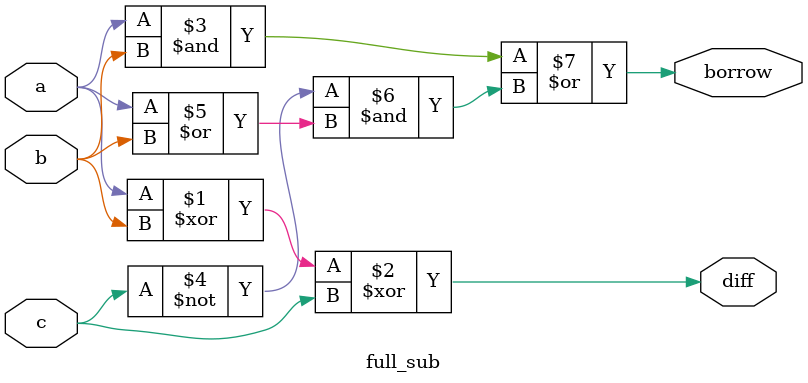
<source format=v>
module full_sub(input a,b,c,output diff, borrow);
  assign diff= a^b^c;
  assign borrow = a&b | ~c&(a|b);
endmodule

</source>
